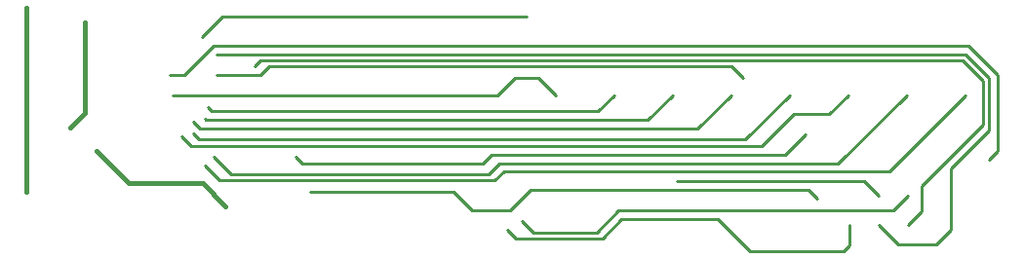
<source format=gbr>
G04 EAGLE Gerber RS-274X export*
G75*
%MOMM*%
%FSLAX34Y34*%
%LPD*%
%INBottom Copper*%
%IPPOS*%
%AMOC8*
5,1,8,0,0,1.08239X$1,22.5*%
G01*
%ADD10C,0.254000*%
%ADD11C,0.406400*%


D10*
X882060Y448780D02*
X941750Y508470D01*
X882060Y448780D02*
X588480Y448780D01*
X579120Y439420D01*
X355600Y439420D01*
X340360Y454660D01*
X926510Y442430D02*
X992550Y508470D01*
X926510Y442430D02*
X592290Y442430D01*
X584200Y434340D01*
X345440Y434340D01*
X332740Y447040D01*
D11*
X228600Y492700D02*
X228600Y571500D01*
X228600Y492700D02*
X215960Y480060D01*
X238760Y459740D02*
X266700Y431800D01*
X330460Y431800D01*
X350450Y411810D01*
D10*
X330200Y558800D02*
X347980Y576580D01*
X612140Y576580D01*
X615360Y425920D02*
X856660Y425920D01*
X864280Y418300D01*
X615360Y425920D02*
X597580Y408140D01*
X548640Y424180D02*
X424180Y424180D01*
X564680Y408140D02*
X597580Y408140D01*
X564680Y408140D02*
X548640Y424180D01*
X836340Y456400D02*
X854120Y474180D01*
X836340Y456400D02*
X581070Y456400D01*
X573450Y448780D01*
X417360Y448780D01*
X411480Y454660D01*
X672510Y389090D02*
X691560Y408140D01*
X672510Y389090D02*
X617900Y389090D01*
X607740Y399250D01*
X691560Y408140D02*
X930320Y408140D01*
X943020Y420840D01*
X694100Y400520D02*
X677590Y384010D01*
X694100Y400520D02*
X724580Y400520D01*
X677590Y384010D02*
X602090Y384010D01*
X595040Y391060D01*
X892220Y395440D02*
X892220Y377660D01*
X887140Y372580D01*
X805860Y372580D01*
X777920Y400520D01*
X724580Y400520D01*
X381000Y525780D02*
X342900Y525780D01*
X381000Y525780D02*
X388620Y533400D01*
X789940Y533400D01*
X800100Y523240D01*
X381000Y538480D02*
X375920Y533400D01*
X381000Y538480D02*
X990600Y538480D01*
X1008380Y520700D01*
X1008380Y482600D01*
X955040Y429260D01*
X955040Y407460D01*
X943020Y395440D01*
X993140Y543560D02*
X342900Y543560D01*
X993140Y543560D02*
X1013460Y523240D01*
X980440Y391160D02*
X967740Y378460D01*
X934600Y378460D01*
X917620Y395440D01*
X1013460Y477520D02*
X1013460Y523240D01*
X1013460Y477520D02*
X980440Y444500D01*
X980440Y391160D01*
X586740Y508000D02*
X304800Y508000D01*
X586740Y508000D02*
X601980Y523240D01*
X622180Y523240D01*
X636950Y508470D01*
X843960Y491960D02*
X874440Y491960D01*
X890950Y508470D01*
X843960Y491960D02*
X816020Y464020D01*
X320840Y464020D01*
X312420Y472440D01*
X904920Y433540D02*
X917620Y420840D01*
X904920Y433540D02*
X742360Y433540D01*
X314960Y525780D02*
X302260Y525780D01*
X314960Y525780D02*
X340360Y551180D01*
X995680Y551180D01*
X1021080Y525780D01*
X1021080Y459740D01*
X1013460Y452120D01*
X840150Y508470D02*
X801580Y469900D01*
X327660Y469900D01*
X322580Y474980D01*
X760140Y479260D02*
X789350Y508470D01*
X760140Y479260D02*
X328460Y479260D01*
X322580Y485140D01*
X716960Y486880D02*
X738550Y508470D01*
X716960Y486880D02*
X333540Y486880D01*
X332740Y487680D01*
X673780Y494500D02*
X687750Y508470D01*
X673780Y494500D02*
X338620Y494500D01*
X335280Y497840D01*
D11*
X177800Y424180D02*
X177800Y584200D01*
M02*

</source>
